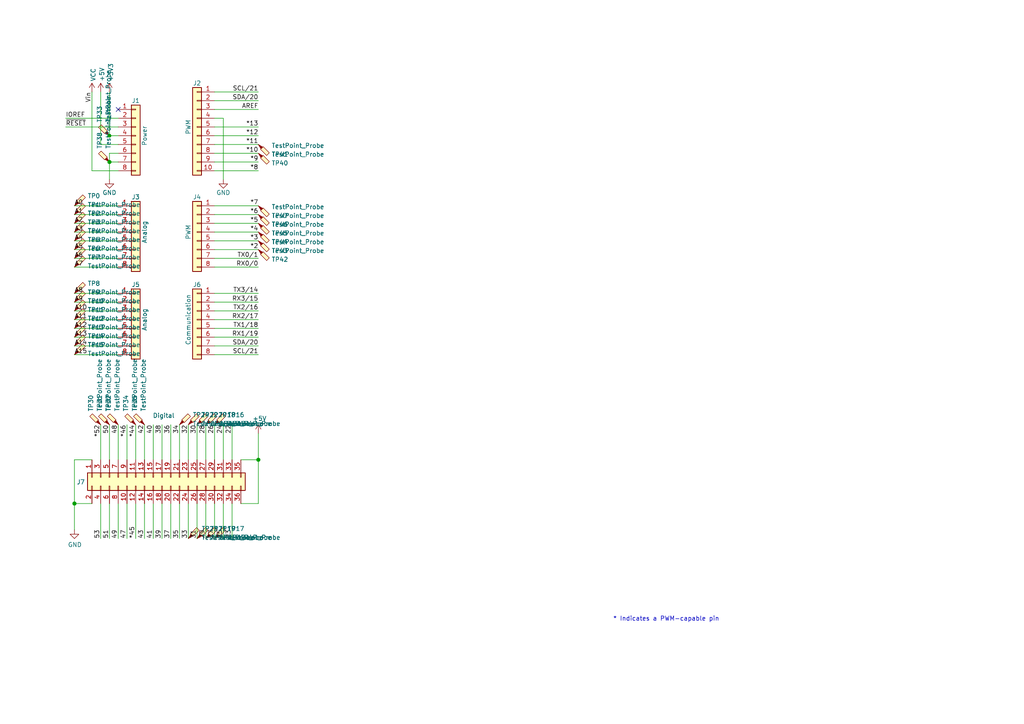
<source format=kicad_sch>
(kicad_sch (version 20231120) (generator "eeschema") (generator_version "8.0")
  (paper "A4")
  (title_block (date "mar. 31 mars 2015"))
  (lib_symbols
    (symbol "Connector:TestPoint_Probe" (pin_numbers hide) (pin_names (offset 0.762) hide)
      (property "Reference" "TP" (at 1.651 5.842 0))
      (property "Value" "TestPoint_Probe" (at 1.651 4.064 0))
      (symbol "TestPoint_Probe_0_1"
        (polyline (pts (xy 1.27 0.762) (xy 0 0) (xy 0.762 1.27) (xy 1.27 0.762)) (fill (type outline)))
        (polyline (pts (xy 1.397 0.635) (xy 0.635 1.397) (xy 2.413 3.175) (xy 3.175 2.413) (xy 1.397 0.635)) (fill (type background)))
      )
      (symbol "TestPoint_Probe_1_1"
        (pin passive line (at 0 0 90) (length 0) (name "1") (number "1"))
      )
    )
    (symbol "Connector_Generic:Conn_01x08" (pin_names (offset 1.016) hide)
      (property "Reference" "J" (at 0 10.16 0))
      (property "Value" "Conn_01x08" (at 0 -12.7 0))
      (symbol "Conn_01x08_1_1"
        (rectangle (start -1.27 -10.033) (end 0 -10.287) (stroke (width 0.1524)))
        (rectangle (start -1.27 -7.493) (end 0 -7.747) (stroke (width 0.1524)))
        (rectangle (start -1.27 -4.953) (end 0 -5.207) (stroke (width 0.1524)))
        (rectangle (start -1.27 -2.413) (end 0 -2.667) (stroke (width 0.1524)))
        (rectangle (start -1.27 0.127) (end 0 -0.127) (stroke (width 0.1524)))
        (rectangle (start -1.27 2.667) (end 0 2.413) (stroke (width 0.1524)))
        (rectangle (start -1.27 5.207) (end 0 4.953) (stroke (width 0.1524)))
        (rectangle (start -1.27 7.747) (end 0 7.493) (stroke (width 0.1524)))
        (rectangle (start -1.27 8.89) (end 1.27 -11.43) (stroke (width 0.254)) (fill (type background)))
        (pin passive line (at -5.08 7.62 0) (length 3.81) (name "Pin_1") (number "1"))
        (pin passive line (at -5.08 5.08 0) (length 3.81) (name "Pin_2") (number "2"))
        (pin passive line (at -5.08 2.54 0) (length 3.81) (name "Pin_3") (number "3"))
        (pin passive line (at -5.08 0 0) (length 3.81) (name "Pin_4") (number "4"))
        (pin passive line (at -5.08 -2.54 0) (length 3.81) (name "Pin_5") (number "5"))
        (pin passive line (at -5.08 -5.08 0) (length 3.81) (name "Pin_6") (number "6"))
        (pin passive line (at -5.08 -7.62 0) (length 3.81) (name "Pin_7") (number "7"))
        (pin passive line (at -5.08 -10.16 0) (length 3.81) (name "Pin_8") (number "8"))
      )
    )
    (symbol "Connector_Generic:Conn_01x10" (pin_names (offset 1.016) hide)
      (property "Reference" "J" (at 0 12.7 0))
      (property "Value" "Conn_01x10" (at 0 -15.24 0))
      (symbol "Conn_01x10_1_1"
        (rectangle (start -1.27 -12.573) (end 0 -12.827) (stroke (width 0.1524)))
        (rectangle (start -1.27 -10.033) (end 0 -10.287) (stroke (width 0.1524)))
        (rectangle (start -1.27 -7.493) (end 0 -7.747) (stroke (width 0.1524)))
        (rectangle (start -1.27 -4.953) (end 0 -5.207) (stroke (width 0.1524)))
        (rectangle (start -1.27 -2.413) (end 0 -2.667) (stroke (width 0.1524)))
        (rectangle (start -1.27 0.127) (end 0 -0.127) (stroke (width 0.1524)))
        (rectangle (start -1.27 2.667) (end 0 2.413) (stroke (width 0.1524)))
        (rectangle (start -1.27 5.207) (end 0 4.953) (stroke (width 0.1524)))
        (rectangle (start -1.27 7.747) (end 0 7.493) (stroke (width 0.1524)))
        (rectangle (start -1.27 10.287) (end 0 10.033) (stroke (width 0.1524)))
        (rectangle (start -1.27 11.43) (end 1.27 -13.97) (stroke (width 0.254)) (fill (type background)))
        (pin passive line (at -5.08 10.16 0) (length 3.81) (name "Pin_1") (number "1"))
        (pin passive line (at -5.08 -12.7 0) (length 3.81) (name "Pin_10") (number "10"))
        (pin passive line (at -5.08 7.62 0) (length 3.81) (name "Pin_2") (number "2"))
        (pin passive line (at -5.08 5.08 0) (length 3.81) (name "Pin_3") (number "3"))
        (pin passive line (at -5.08 2.54 0) (length 3.81) (name "Pin_4") (number "4"))
        (pin passive line (at -5.08 0 0) (length 3.81) (name "Pin_5") (number "5"))
        (pin passive line (at -5.08 -2.54 0) (length 3.81) (name "Pin_6") (number "6"))
        (pin passive line (at -5.08 -5.08 0) (length 3.81) (name "Pin_7") (number "7"))
        (pin passive line (at -5.08 -7.62 0) (length 3.81) (name "Pin_8") (number "8"))
        (pin passive line (at -5.08 -10.16 0) (length 3.81) (name "Pin_9") (number "9"))
      )
    )
    (symbol "Connector_Generic:Conn_02x18_Odd_Even" (pin_names (offset 1.016) hide)
      (property "Reference" "J" (at 1.27 22.86 0))
      (property "Value" "Conn_02x18_Odd_Even" (at 1.27 -25.4 0))
      (symbol "Conn_02x18_Odd_Even_1_1"
        (rectangle (start -1.27 -22.733) (end 0 -22.987) (stroke (width 0.1524)))
        (rectangle (start -1.27 -20.193) (end 0 -20.447) (stroke (width 0.1524)))
        (rectangle (start -1.27 -17.653) (end 0 -17.907) (stroke (width 0.1524)))
        (rectangle (start -1.27 -15.113) (end 0 -15.367) (stroke (width 0.1524)))
        (rectangle (start -1.27 -12.573) (end 0 -12.827) (stroke (width 0.1524)))
        (rectangle (start -1.27 -10.033) (end 0 -10.287) (stroke (width 0.1524)))
        (rectangle (start -1.27 -7.493) (end 0 -7.747) (stroke (width 0.1524)))
        (rectangle (start -1.27 -4.953) (end 0 -5.207) (stroke (width 0.1524)))
        (rectangle (start -1.27 -2.413) (end 0 -2.667) (stroke (width 0.1524)))
        (rectangle (start -1.27 0.127) (end 0 -0.127) (stroke (width 0.1524)))
        (rectangle (start -1.27 2.667) (end 0 2.413) (stroke (width 0.1524)))
        (rectangle (start -1.27 5.207) (end 0 4.953) (stroke (width 0.1524)))
        (rectangle (start -1.27 7.747) (end 0 7.493) (stroke (width 0.1524)))
        (rectangle (start -1.27 10.287) (end 0 10.033) (stroke (width 0.1524)))
        (rectangle (start -1.27 12.827) (end 0 12.573) (stroke (width 0.1524)))
        (rectangle (start -1.27 15.367) (end 0 15.113) (stroke (width 0.1524)))
        (rectangle (start -1.27 17.907) (end 0 17.653) (stroke (width 0.1524)))
        (rectangle (start -1.27 20.447) (end 0 20.193) (stroke (width 0.1524)))
        (rectangle (start -1.27 21.59) (end 3.81 -24.13) (stroke (width 0.254)) (fill (type background)))
        (rectangle (start 3.81 -22.733) (end 2.54 -22.987) (stroke (width 0.1524)))
        (rectangle (start 3.81 -20.193) (end 2.54 -20.447) (stroke (width 0.1524)))
        (rectangle (start 3.81 -17.653) (end 2.54 -17.907) (stroke (width 0.1524)))
        (rectangle (start 3.81 -15.113) (end 2.54 -15.367) (stroke (width 0.1524)))
        (rectangle (start 3.81 -12.573) (end 2.54 -12.827) (stroke (width 0.1524)))
        (rectangle (start 3.81 -10.033) (end 2.54 -10.287) (stroke (width 0.1524)))
        (rectangle (start 3.81 -7.493) (end 2.54 -7.747) (stroke (width 0.1524)))
        (rectangle (start 3.81 -4.953) (end 2.54 -5.207) (stroke (width 0.1524)))
        (rectangle (start 3.81 -2.413) (end 2.54 -2.667) (stroke (width 0.1524)))
        (rectangle (start 3.81 0.127) (end 2.54 -0.127) (stroke (width 0.1524)))
        (rectangle (start 3.81 2.667) (end 2.54 2.413) (stroke (width 0.1524)))
        (rectangle (start 3.81 5.207) (end 2.54 4.953) (stroke (width 0.1524)))
        (rectangle (start 3.81 7.747) (end 2.54 7.493) (stroke (width 0.1524)))
        (rectangle (start 3.81 10.287) (end 2.54 10.033) (stroke (width 0.1524)))
        (rectangle (start 3.81 12.827) (end 2.54 12.573) (stroke (width 0.1524)))
        (rectangle (start 3.81 15.367) (end 2.54 15.113) (stroke (width 0.1524)))
        (rectangle (start 3.81 17.907) (end 2.54 17.653) (stroke (width 0.1524)))
        (rectangle (start 3.81 20.447) (end 2.54 20.193) (stroke (width 0.1524)))
        (pin passive line (at -5.08 20.32 0) (length 3.81) (name "Pin_1") (number "1"))
        (pin passive line (at 7.62 10.16 180) (length 3.81) (name "Pin_10") (number "10"))
        (pin passive line (at -5.08 7.62 0) (length 3.81) (name "Pin_11") (number "11"))
        (pin passive line (at 7.62 7.62 180) (length 3.81) (name "Pin_12") (number "12"))
        (pin passive line (at -5.08 5.08 0) (length 3.81) (name "Pin_13") (number "13"))
        (pin passive line (at 7.62 5.08 180) (length 3.81) (name "Pin_14") (number "14"))
        (pin passive line (at -5.08 2.54 0) (length 3.81) (name "Pin_15") (number "15"))
        (pin passive line (at 7.62 2.54 180) (length 3.81) (name "Pin_16") (number "16"))
        (pin passive line (at -5.08 0 0) (length 3.81) (name "Pin_17") (number "17"))
        (pin passive line (at 7.62 0 180) (length 3.81) (name "Pin_18") (number "18"))
        (pin passive line (at -5.08 -2.54 0) (length 3.81) (name "Pin_19") (number "19"))
        (pin passive line (at 7.62 20.32 180) (length 3.81) (name "Pin_2") (number "2"))
        (pin passive line (at 7.62 -2.54 180) (length 3.81) (name "Pin_20") (number "20"))
        (pin passive line (at -5.08 -5.08 0) (length 3.81) (name "Pin_21") (number "21"))
        (pin passive line (at 7.62 -5.08 180) (length 3.81) (name "Pin_22") (number "22"))
        (pin passive line (at -5.08 -7.62 0) (length 3.81) (name "Pin_23") (number "23"))
        (pin passive line (at 7.62 -7.62 180) (length 3.81) (name "Pin_24") (number "24"))
        (pin passive line (at -5.08 -10.16 0) (length 3.81) (name "Pin_25") (number "25"))
        (pin passive line (at 7.62 -10.16 180) (length 3.81) (name "Pin_26") (number "26"))
        (pin passive line (at -5.08 -12.7 0) (length 3.81) (name "Pin_27") (number "27"))
        (pin passive line (at 7.62 -12.7 180) (length 3.81) (name "Pin_28") (number "28"))
        (pin passive line (at -5.08 -15.24 0) (length 3.81) (name "Pin_29") (number "29"))
        (pin passive line (at -5.08 17.78 0) (length 3.81) (name "Pin_3") (number "3"))
        (pin passive line (at 7.62 -15.24 180) (length 3.81) (name "Pin_30") (number "30"))
        (pin passive line (at -5.08 -17.78 0) (length 3.81) (name "Pin_31") (number "31"))
        (pin passive line (at 7.62 -17.78 180) (length 3.81) (name "Pin_32") (number "32"))
        (pin passive line (at -5.08 -20.32 0) (length 3.81) (name "Pin_33") (number "33"))
        (pin passive line (at 7.62 -20.32 180) (length 3.81) (name "Pin_34") (number "34"))
        (pin passive line (at -5.08 -22.86 0) (length 3.81) (name "Pin_35") (number "35"))
        (pin passive line (at 7.62 -22.86 180) (length 3.81) (name "Pin_36") (number "36"))
        (pin passive line (at 7.62 17.78 180) (length 3.81) (name "Pin_4") (number "4"))
        (pin passive line (at -5.08 15.24 0) (length 3.81) (name "Pin_5") (number "5"))
        (pin passive line (at 7.62 15.24 180) (length 3.81) (name "Pin_6") (number "6"))
        (pin passive line (at -5.08 12.7 0) (length 3.81) (name "Pin_7") (number "7"))
        (pin passive line (at 7.62 12.7 180) (length 3.81) (name "Pin_8") (number "8"))
        (pin passive line (at -5.08 10.16 0) (length 3.81) (name "Pin_9") (number "9"))
      )
    )
    (symbol "power:+3V3" (power) (pin_names (offset 0))
      (property "Value" "+3V3" (at 0 3.556 0))
      (symbol "+3V3_0_1"
        (polyline (pts (xy -0.762 1.27) (xy 0 2.54)))
        (polyline (pts (xy 0 0) (xy 0 2.54)))
        (polyline (pts (xy 0 2.54) (xy 0.762 1.27)))
      )
      (symbol "+3V3_1_1"
        (pin power_in line (at 0 0 90) (length 0) hide (name "+3V3") (number "1"))
      )
    )
    (symbol "power:+5V" (power) (pin_names (offset 0))
      (property "Value" "+5V" (at 0 3.556 0))
      (symbol "+5V_0_1"
        (polyline (pts (xy -0.762 1.27) (xy 0 2.54)))
        (polyline (pts (xy 0 0) (xy 0 2.54)))
        (polyline (pts (xy 0 2.54) (xy 0.762 1.27)))
      )
      (symbol "+5V_1_1"
        (pin power_in line (at 0 0 90) (length 0) hide (name "+5V") (number "1"))
      )
    )
    (symbol "power:GND" (power) (pin_names (offset 0))
      (property "Value" "GND" (at 0 -3.81 0))
      (symbol "GND_0_1"
        (polyline (pts (xy 0 0) (xy 0 -1.27) (xy 1.27 -1.27) (xy 0 -2.54) (xy -1.27 -1.27) (xy 0 -1.27)))
      )
      (symbol "GND_1_1"
        (pin power_in line (at 0 0 270) (length 0) hide (name "GND") (number "1"))
      )
    )
    (symbol "power:VCC" (power) (pin_names (offset 0))
      (property "Value" "VCC" (at 0 3.81 0))
      (symbol "VCC_0_1"
        (polyline (pts (xy -0.762 1.27) (xy 0 2.54)))
        (polyline (pts (xy 0 0) (xy 0 2.54)))
        (polyline (pts (xy 0 2.54) (xy 0.762 1.27)))
      )
      (symbol "VCC_1_1"
        (pin power_in line (at 0 0 90) (length 0) hide (name "VCC") (number "1"))
      )
    )
  )
  (junction (at 21.59 146.05) (diameter 1.016))
  (junction (at 31.75 46.99) (diameter 1.016))
  (junction (at 31.75 39.37))
  (junction (at 74.93 133.35) (diameter 1.016))
  (no_connect (at 34.29 31.75))
  (wire (pts (xy 62.23 77.47) (xy 74.93 77.47)))
  (wire (pts (xy 21.59 77.47) (xy 34.29 77.47)))
  (wire (pts (xy 62.23 44.45) (xy 74.93 44.45)))
  (wire (pts (xy 44.45 123.19) (xy 44.45 133.35)))
  (wire (pts (xy 62.23 26.67) (xy 74.93 26.67)))
  (wire (pts (xy 46.99 123.19) (xy 46.99 133.35)))
  (wire (pts (xy 74.93 133.35) (xy 74.93 146.05)))
  (wire (pts (xy 26.67 133.35) (xy 21.59 133.35)))
  (wire (pts (xy 62.23 90.17) (xy 74.93 90.17)))
  (wire (pts (xy 31.75 44.45) (xy 31.75 46.99)))
  (wire (pts (xy 49.53 146.05) (xy 49.53 156.21)))
  (wire (pts (xy 21.59 72.39) (xy 34.29 72.39)))
  (wire (pts (xy 54.61 123.19) (xy 54.61 133.35)))
  (wire (pts (xy 31.75 123.19) (xy 31.75 133.35)))
  (wire (pts (xy 67.31 123.19) (xy 67.31 133.35)))
  (wire (pts (xy 31.75 46.99) (xy 31.75 52.07)))
  (wire (pts (xy 62.23 146.05) (xy 62.23 156.21)))
  (wire (pts (xy 31.75 39.37) (xy 34.29 39.37)))
  (wire (pts (xy 41.91 123.19) (xy 41.91 133.35)))
  (wire (pts (xy 29.21 41.91) (xy 34.29 41.91)))
  (wire (pts (xy 52.07 146.05) (xy 52.07 156.21)))
  (wire (pts (xy 29.21 26.67) (xy 29.21 41.91)))
  (wire (pts (xy 21.59 102.87) (xy 34.29 102.87)))
  (wire (pts (xy 36.83 146.05) (xy 36.83 156.21)))
  (wire (pts (xy 59.69 146.05) (xy 59.69 156.21)))
  (wire (pts (xy 62.23 36.83) (xy 74.93 36.83)))
  (wire (pts (xy 31.75 26.67) (xy 31.75 39.37)))
  (wire (pts (xy 62.23 59.69) (xy 74.93 59.69)))
  (wire (pts (xy 34.29 59.69) (xy 21.59 59.69)))
  (wire (pts (xy 62.23 39.37) (xy 74.93 39.37)))
  (wire (pts (xy 34.29 100.33) (xy 21.59 100.33)))
  (wire (pts (xy 62.23 62.23) (xy 74.93 62.23)))
  (wire (pts (xy 62.23 97.79) (xy 74.93 97.79)))
  (wire (pts (xy 52.07 123.19) (xy 52.07 133.35)))
  (wire (pts (xy 21.59 133.35) (xy 21.59 146.05)))
  (wire (pts (xy 36.83 123.19) (xy 36.83 133.35)))
  (wire (pts (xy 26.67 146.05) (xy 21.59 146.05)))
  (wire (pts (xy 62.23 46.99) (xy 74.93 46.99)))
  (wire (pts (xy 59.69 123.19) (xy 59.69 133.35)))
  (wire (pts (xy 57.15 123.19) (xy 57.15 133.35)))
  (wire (pts (xy 39.37 146.05) (xy 39.37 156.21)))
  (wire (pts (xy 57.15 146.05) (xy 57.15 156.21)))
  (wire (pts (xy 34.29 146.05) (xy 34.29 156.21)))
  (wire (pts (xy 64.77 123.19) (xy 64.77 133.35)))
  (wire (pts (xy 62.23 67.31) (xy 74.93 67.31)))
  (wire (pts (xy 44.45 146.05) (xy 44.45 156.21)))
  (wire (pts (xy 39.37 123.19) (xy 39.37 133.35)))
  (wire (pts (xy 19.05 34.29) (xy 34.29 34.29)))
  (wire (pts (xy 62.23 87.63) (xy 74.93 87.63)))
  (wire (pts (xy 74.93 125.73) (xy 74.93 133.35)))
  (wire (pts (xy 64.77 34.29) (xy 64.77 52.07)))
  (wire (pts (xy 62.23 102.87) (xy 74.93 102.87)))
  (wire (pts (xy 62.23 31.75) (xy 74.93 31.75)))
  (wire (pts (xy 69.85 133.35) (xy 74.93 133.35)))
  (wire (pts (xy 62.23 95.25) (xy 74.93 95.25)))
  (wire (pts (xy 21.59 92.71) (xy 34.29 92.71)))
  (wire (pts (xy 34.29 64.77) (xy 21.59 64.77)))
  (wire (pts (xy 19.05 36.83) (xy 34.29 36.83)))
  (wire (pts (xy 62.23 85.09) (xy 74.93 85.09)))
  (wire (pts (xy 34.29 46.99) (xy 31.75 46.99)))
  (wire (pts (xy 34.29 49.53) (xy 26.67 49.53)))
  (wire (pts (xy 29.21 123.19) (xy 29.21 133.35)))
  (wire (pts (xy 21.59 62.23) (xy 34.29 62.23)))
  (wire (pts (xy 31.75 146.05) (xy 31.75 156.21)))
  (wire (pts (xy 54.61 146.05) (xy 54.61 156.21)))
  (wire (pts (xy 34.29 90.17) (xy 21.59 90.17)))
  (wire (pts (xy 29.21 146.05) (xy 29.21 156.21)))
  (wire (pts (xy 62.23 92.71) (xy 74.93 92.71)))
  (wire (pts (xy 62.23 34.29) (xy 64.77 34.29)))
  (wire (pts (xy 46.99 146.05) (xy 46.99 156.21)))
  (wire (pts (xy 34.29 44.45) (xy 31.75 44.45)))
  (wire (pts (xy 21.59 97.79) (xy 34.29 97.79)))
  (wire (pts (xy 62.23 123.19) (xy 62.23 133.35)))
  (wire (pts (xy 62.23 41.91) (xy 74.93 41.91)))
  (wire (pts (xy 49.53 123.19) (xy 49.53 133.35)))
  (wire (pts (xy 21.59 87.63) (xy 34.29 87.63)))
  (wire (pts (xy 62.23 64.77) (xy 74.93 64.77)))
  (wire (pts (xy 21.59 67.31) (xy 34.29 67.31)))
  (wire (pts (xy 34.29 123.19) (xy 34.29 133.35)))
  (wire (pts (xy 62.23 100.33) (xy 74.93 100.33)))
  (wire (pts (xy 74.93 146.05) (xy 69.85 146.05)))
  (wire (pts (xy 34.29 85.09) (xy 21.59 85.09)))
  (wire (pts (xy 67.31 146.05) (xy 67.31 156.21)))
  (wire (pts (xy 62.23 29.21) (xy 74.93 29.21)))
  (wire (pts (xy 64.77 146.05) (xy 64.77 156.21)))
  (wire (pts (xy 62.23 72.39) (xy 74.93 72.39)))
  (wire (pts (xy 62.23 69.85) (xy 74.93 69.85)))
  (wire (pts (xy 41.91 146.05) (xy 41.91 156.21)))
  (wire (pts (xy 62.23 74.93) (xy 74.93 74.93)))
  (wire (pts (xy 34.29 95.25) (xy 21.59 95.25)))
  (wire (pts (xy 26.67 49.53) (xy 26.67 26.67)))
  (wire (pts (xy 21.59 146.05) (xy 21.59 153.67)))
  (wire (pts (xy 34.29 74.93) (xy 21.59 74.93)))
  (wire (pts (xy 34.29 69.85) (xy 21.59 69.85)))
  (wire (pts (xy 62.23 49.53) (xy 74.93 49.53)))
  (text "* Indicates a PWM-capable pin" (at 177.8 180.34 0) (effects (font (size 1.27 1.27)) (justify left bottom)))
  (label "A10" (at 21.59 90.17 0))
  (label "RX0{slash}0" (at 74.93 77.47 180))
  (label "A15" (at 21.59 102.87 0))
  (label "A2" (at 21.59 64.77 0))
  (label "RX2{slash}17" (at 74.93 92.71 180))
  (label "*4" (at 74.93 67.31 180))
  (label "SDA{slash}20" (at 74.93 100.33 180))
  (label "26" (at 62.23 123.19 270))
  (label "31" (at 57.15 156.21 90))
  (label "22" (at 67.31 123.19 270))
  (label "33" (at 54.61 156.21 90))
  (label "36" (at 49.53 123.19 270))
  (label "*2" (at 74.93 72.39 180))
  (label "TX1{slash}18" (at 74.93 95.25 180))
  (label "*44" (at 39.37 123.19 270))
  (label "A3" (at 21.59 67.31 0))
  (label "*13" (at 74.93 36.83 180))
  (label "*52" (at 29.21 123.19 270))
  (label "*12" (at 74.93 39.37 180))
  (label "40" (at 44.45 123.19 270))
  (label "~{RESET}" (at 19.05 36.83 0))
  (label "35" (at 52.07 156.21 90))
  (label "*10" (at 74.93 44.45 180))
  (label "28" (at 59.69 123.19 270))
  (label "23" (at 67.31 156.21 90))
  (label "29" (at 59.69 156.21 90))
  (label "A13" (at 21.59 97.79 0))
  (label "41" (at 44.45 156.21 90))
  (label "30" (at 57.15 123.19 270))
  (label "47" (at 36.83 156.21 90))
  (label "34" (at 52.07 123.19 270))
  (label "*45" (at 39.37 156.21 90))
  (label "38" (at 46.99 123.19 270))
  (label "51" (at 31.75 156.21 90))
  (label "*7" (at 74.93 59.69 180))
  (label "SDA{slash}20" (at 74.93 29.21 180))
  (label "*8" (at 74.93 49.53 180))
  (label "A9" (at 21.59 87.63 0))
  (label "*11" (at 74.93 41.91 180))
  (label "*3" (at 74.93 69.85 180))
  (label "A6" (at 21.59 74.93 0))
  (label "42" (at 41.91 123.19 270))
  (label "A1" (at 21.59 62.23 0))
  (label "53" (at 29.21 156.21 90))
  (label "TX0{slash}1" (at 74.93 74.93 180))
  (label "24" (at 64.77 123.19 270))
  (label "RX1{slash}19" (at 74.93 97.79 180))
  (label "A0" (at 21.59 59.69 0))
  (label "AREF" (at 74.93 31.75 180))
  (label "A14" (at 21.59 100.33 0))
  (label "39" (at 46.99 156.21 90))
  (label "A8" (at 21.59 85.09 0))
  (label "Vin" (at 26.67 26.67 270))
  (label "27" (at 62.23 156.21 90))
  (label "37" (at 49.53 156.21 90))
  (label "25" (at 64.77 156.21 90))
  (label "*6" (at 74.93 62.23 180))
  (label "*46" (at 36.83 123.19 270))
  (label "SCL{slash}21" (at 74.93 26.67 180))
  (label "*9" (at 74.93 46.99 180))
  (label "50" (at 31.75 123.19 270))
  (label "TX2{slash}16" (at 74.93 90.17 180))
  (label "*5" (at 74.93 64.77 180))
  (label "IOREF" (at 19.05 34.29 0))
  (label "A7" (at 21.59 77.47 0))
  (label "A11" (at 21.59 92.71 0))
  (label "A4" (at 21.59 69.85 0))
  (label "49" (at 34.29 156.21 90))
  (label "A5" (at 21.59 72.39 0))
  (label "RX3{slash}15" (at 74.93 87.63 180))
  (label "TX3{slash}14" (at 74.93 85.09 180))
  (label "32" (at 54.61 123.19 270))
  (label "43" (at 41.91 156.21 90))
  (label "A12" (at 21.59 95.25 0))
  (label "SCL{slash}21" (at 74.93 102.87 180))
  (label "48" (at 34.29 123.19 270))
  (symbol (lib_id "Connector_Generic:Conn_01x08") (at 39.37 39.37 0) (unit 1)
    (property "Reference" "J1" (at 39.37 29.21 0))
    (property "Value" "Power" (at 41.91 39.37 90))
    (property "Footprint" "Connector_PinSocket_2.54mm:PinSocket_1x08_P2.54mm_Vertical" (effects (hide yes)))
  )
  (symbol (lib_id "power:+3V3") (at 31.75 26.67 0) (unit 1)
    (property "Reference" "#PWR03" (effects (hide yes)))
    (property "Value" "+3V3" (at 32.131 23.622 90) (effects (justify left)))
  )
  (symbol (lib_id "power:+5V") (at 29.21 26.67 0) (unit 1)
    (property "Reference" "#PWR02" (effects (hide yes)))
    (property "Value" "+5V" (at 29.5656 23.622 90) (effects (justify left)))
  )
  (symbol (lib_id "power:GND") (at 31.75 52.07 0) (unit 1)
    (property "Reference" "#PWR04" (effects (hide yes)))
    (property "Value" "GND" (at 31.75 55.88 0))
  )
  (symbol (lib_id "Connector_Generic:Conn_01x10") (at 57.15 36.83 0) (mirror y) (unit 1)
    (property "Reference" "J2" (at 57.15 24.13 0))
    (property "Value" "PWM" (at 54.61 36.83 90))
    (property "Footprint" "Connector_PinSocket_2.54mm:PinSocket_1x10_P2.54mm_Vertical" (effects (hide yes)))
  )
  (symbol (lib_id "power:GND") (at 64.77 52.07 0) (unit 1)
    (property "Reference" "#PWR05" (effects (hide yes)))
    (property "Value" "GND" (at 64.77 55.88 0))
  )
  (symbol (lib_id "Connector_Generic:Conn_01x08") (at 39.37 67.31 0) (unit 1)
    (property "Reference" "J3" (at 39.37 57.15 0))
    (property "Value" "Analog" (at 41.91 67.31 90))
    (property "Footprint" "Connector_PinSocket_2.54mm:PinSocket_1x08_P2.54mm_Vertical" (effects (hide yes)))
  )
  (symbol (lib_id "Connector_Generic:Conn_01x08") (at 57.15 67.31 0) (mirror y) (unit 1)
    (property "Reference" "J4" (at 57.15 57.15 0))
    (property "Value" "PWM" (at 54.61 67.31 90))
    (property "Footprint" "Connector_PinSocket_2.54mm:PinSocket_1x08_P2.54mm_Vertical" (effects (hide yes)))
  )
  (symbol (lib_id "Connector_Generic:Conn_01x08") (at 39.37 92.71 0) (unit 1)
    (property "Reference" "J5" (at 39.37 82.55 0))
    (property "Value" "Analog" (at 41.91 92.71 90))
    (property "Footprint" "Connector_PinSocket_2.54mm:PinSocket_1x08_P2.54mm_Vertical" (effects (hide yes)))
  )
  (symbol (lib_id "Connector_Generic:Conn_01x08") (at 57.15 92.71 0) (mirror y) (unit 1)
    (property "Reference" "J6" (at 57.15 82.55 0))
    (property "Value" "Communication" (at 54.61 92.71 90))
    (property "Footprint" "Connector_PinSocket_2.54mm:PinSocket_1x08_P2.54mm_Vertical" (effects (hide yes)))
  )
  (symbol (lib_id "Connector_Generic:Conn_02x18_Odd_Even") (at 46.99 138.43 90) (mirror x) (unit 1)
    (property "Reference" "J7" (at 24.6379 139.8206 90) (effects (justify left)))
    (property "Value" "Digital" (at 47.498 120.523 90))
    (property "Footprint" "Connector_PinSocket_2.54mm:PinSocket_2x18_P2.54mm_Vertical" (effects (hide yes)))
  )
  (symbol (lib_id "power:GND") (at 21.59 153.67 0) (unit 1)
    (property "Reference" "#PWR07" (effects (hide yes)))
    (property "Value" "GND" (at 21.7043 157.9944 0))
  )
  (symbol (lib_id "power:+5V") (at 74.93 125.73 0) (unit 1)
    (property "Reference" "#PWR06" (effects (hide yes)))
    (property "Value" "+5V" (at 75.2983 121.4056 0))
  )
  (symbol (lib_id "Connector:TestPoint_Probe") (at 59.69 156.21 0) (unit 1)
    (property "Reference" "TP19" (at 63.5 153.3524 0) (effects (justify left)))
    (property "Value" "TestPoint_Probe" (at 63.5 155.8924 0) (effects (justify left)))
    (property "Footprint" "Connector_PinHeader_1.00mm:PinHeader_1x01_P1.00mm_Vertical" (effects (hide yes)))
    (property "Description" "test point (alternative probe-style design)" (effects (hide yes)))
  )
  (symbol (lib_id "Connector:TestPoint_Probe") (at 74.93 41.91 0) (mirror x) (unit 1)
    (property "Reference" "TP41" (at 78.74 44.7676 0) (effects (justify left)))
    (property "Value" "TestPoint_Probe" (at 78.74 42.2276 0) (effects (justify left)))
    (property "Footprint" "Connector_PinHeader_1.00mm:PinHeader_1x01_P1.00mm_Vertical" (effects (hide yes)))
    (property "Description" "test point (alternative probe-style design)" (effects (hide yes)))
  )
  (symbol (lib_id "Connector:TestPoint_Probe") (at 21.59 62.23 0) (unit 1)
    (property "Reference" "TP1" (at 25.4 59.3724 0) (effects (justify left)))
    (property "Value" "TestPoint_Probe" (at 25.4 61.9124 0) (effects (justify left)))
    (property "Footprint" "Connector_PinHeader_1.00mm:PinHeader_1x01_P1.00mm_Vertical" (effects (hide yes)))
    (property "Description" "test point (alternative probe-style design)" (effects (hide yes)))
  )
  (symbol (lib_id "Connector:TestPoint_Probe") (at 31.75 123.19 90) (unit 1)
    (property "Reference" "TP31" (at 28.8924 119.38 0) (effects (justify left)))
    (property "Value" "TestPoint_Probe" (at 31.4324 119.38 0) (effects (justify left)))
    (property "Footprint" "Connector_PinHeader_1.00mm:PinHeader_1x01_P1.00mm_Vertical" (effects (hide yes)))
    (property "Description" "test point (alternative probe-style design)" (effects (hide yes)))
  )
  (symbol (lib_id "Connector:TestPoint_Probe") (at 54.61 156.21 0) (unit 1)
    (property "Reference" "TP23" (at 58.42 153.3524 0) (effects (justify left)))
    (property "Value" "TestPoint_Probe" (at 58.42 155.8924 0) (effects (justify left)))
    (property "Footprint" "Connector_PinHeader_1.00mm:PinHeader_1x01_P1.00mm_Vertical" (effects (hide yes)))
    (property "Description" "test point (alternative probe-style design)" (effects (hide yes)))
  )
  (symbol (lib_id "Connector:TestPoint_Probe") (at 31.75 39.37 90) (unit 1)
    (property "Reference" "TP33" (at 28.8924 35.56 0) (effects (justify left)))
    (property "Value" "TestPoint_Probe" (at 31.4324 35.56 0) (effects (justify left)))
    (property "Footprint" "Connector_PinHeader_1.00mm:PinHeader_1x01_P1.00mm_Vertical" (effects (hide yes)))
    (property "Description" "test point (alternative probe-style design)" (effects (hide yes)))
  )
  (symbol (lib_id "Connector:TestPoint_Probe") (at 21.59 100.33 0) (unit 1)
    (property "Reference" "TP14" (at 25.4 97.4724 0) (effects (justify left)))
    (property "Value" "TestPoint_Probe" (at 25.4 100.0124 0) (effects (justify left)))
    (property "Footprint" "Connector_PinHeader_1.00mm:PinHeader_1x01_P1.00mm_Vertical" (effects (hide yes)))
    (property "Description" "test point (alternative probe-style design)" (effects (hide yes)))
  )
  (symbol (lib_id "Connector:TestPoint_Probe") (at 74.93 67.31 0) (mirror x) (unit 1)
    (property "Reference" "TP44" (at 78.74 70.1676 0) (effects (justify left)))
    (property "Value" "TestPoint_Probe" (at 78.74 67.6276 0) (effects (justify left)))
    (property "Footprint" "Connector_PinHeader_1.00mm:PinHeader_1x01_P1.00mm_Vertical" (effects (hide yes)))
    (property "Description" "test point (alternative probe-style design)" (effects (hide yes)))
  )
  (symbol (lib_id "Connector:TestPoint_Probe") (at 57.15 123.19 0) (unit 1)
    (property "Reference" "TP20" (at 60.96 120.3324 0) (effects (justify left)))
    (property "Value" "TestPoint_Probe" (at 60.96 122.8724 0) (effects (justify left)))
    (property "Footprint" "Connector_PinHeader_1.00mm:PinHeader_1x01_P1.00mm_Vertical" (effects (hide yes)))
    (property "Description" "test point (alternative probe-style design)" (effects (hide yes)))
  )
  (symbol (lib_id "Connector:TestPoint_Probe") (at 54.61 123.19 0) (unit 1)
    (property "Reference" "TP22" (at 58.42 120.3324 0) (effects (justify left)))
    (property "Value" "TestPoint_Probe" (at 58.42 122.8724 0) (effects (justify left)))
    (property "Footprint" "Connector_PinHeader_1.00mm:PinHeader_1x01_P1.00mm_Vertical" (effects (hide yes)))
    (property "Description" "test point (alternative probe-style design)" (effects (hide yes)))
  )
  (symbol (lib_id "Connector:TestPoint_Probe") (at 62.23 123.19 0) (unit 1)
    (property "Reference" "TP16" (at 66.04 120.3324 0) (effects (justify left)))
    (property "Value" "TestPoint_Probe" (at 66.04 122.8724 0) (effects (justify left)))
    (property "Footprint" "Connector_PinHeader_1.00mm:PinHeader_1x01_P1.00mm_Vertical" (effects (hide yes)))
    (property "Description" "test point (alternative probe-style design)" (effects (hide yes)))
  )
  (symbol (lib_id "power:VCC") (at 26.67 26.67 0) (unit 1)
    (property "Reference" "#PWR01" (effects (hide yes)))
    (property "Value" "VCC" (at 27.051 23.622 90) (effects (justify left)))
  )
  (symbol (lib_id "Connector:TestPoint_Probe") (at 74.93 59.69 0) (mirror x) (unit 1)
    (property "Reference" "TP47" (at 78.74 62.5476 0) (effects (justify left)))
    (property "Value" "TestPoint_Probe" (at 78.74 60.0076 0) (effects (justify left)))
    (property "Footprint" "Connector_PinHeader_1.00mm:PinHeader_1x01_P1.00mm_Vertical" (effects (hide yes)))
    (property "Description" "test point (alternative probe-style design)" (effects (hide yes)))
  )
  (symbol (lib_id "Connector:TestPoint_Probe") (at 74.93 44.45 0) (mirror x) (unit 1)
    (property "Reference" "TP40" (at 78.74 47.3076 0) (effects (justify left)))
    (property "Value" "TestPoint_Probe" (at 78.74 44.7676 0) (effects (justify left)))
    (property "Footprint" "Connector_PinHeader_1.00mm:PinHeader_1x01_P1.00mm_Vertical" (effects (hide yes)))
    (property "Description" "test point (alternative probe-style design)" (effects (hide yes)))
  )
  (symbol (lib_id "Connector:TestPoint_Probe") (at 21.59 97.79 0) (unit 1)
    (property "Reference" "TP13" (at 25.4 94.9324 0) (effects (justify left)))
    (property "Value" "TestPoint_Probe" (at 25.4 97.4724 0) (effects (justify left)))
    (property "Footprint" "Connector_PinHeader_1.00mm:PinHeader_1x01_P1.00mm_Vertical" (effects (hide yes)))
    (property "Description" "test point (alternative probe-style design)" (effects (hide yes)))
  )
  (symbol (lib_id "Connector:TestPoint_Probe") (at 74.93 69.85 0) (mirror x) (unit 1)
    (property "Reference" "TP43" (at 78.74 72.7076 0) (effects (justify left)))
    (property "Value" "TestPoint_Probe" (at 78.74 70.1676 0) (effects (justify left)))
    (property "Footprint" "Connector_PinHeader_1.00mm:PinHeader_1x01_P1.00mm_Vertical" (effects (hide yes)))
    (property "Description" "test point (alternative probe-style design)" (effects (hide yes)))
  )
  (symbol (lib_id "Connector:TestPoint_Probe") (at 62.23 156.21 0) (unit 1)
    (property "Reference" "TP17" (at 66.04 153.3524 0) (effects (justify left)))
    (property "Value" "TestPoint_Probe" (at 66.04 155.8924 0) (effects (justify left)))
    (property "Footprint" "Connector_PinHeader_1.00mm:PinHeader_1x01_P1.00mm_Vertical" (effects (hide yes)))
    (property "Description" "test point (alternative probe-style design)" (effects (hide yes)))
  )
  (symbol (lib_id "Connector:TestPoint_Probe") (at 21.59 85.09 0) (unit 1)
    (property "Reference" "TP8" (at 25.4 82.2324 0) (effects (justify left)))
    (property "Value" "TestPoint_Probe" (at 25.4 84.7724 0) (effects (justify left)))
    (property "Footprint" "Connector_PinHeader_1.00mm:PinHeader_1x01_P1.00mm_Vertical" (effects (hide yes)))
    (property "Description" "test point (alternative probe-style design)" (effects (hide yes)))
  )
  (symbol (lib_id "Connector:TestPoint_Probe") (at 21.59 87.63 0) (unit 1)
    (property "Reference" "TP9" (at 25.4 84.7724 0) (effects (justify left)))
    (property "Value" "TestPoint_Probe" (at 25.4 87.3124 0) (effects (justify left)))
    (property "Footprint" "Connector_PinHeader_1.00mm:PinHeader_1x01_P1.00mm_Vertical" (effects (hide yes)))
    (property "Description" "test point (alternative probe-style design)" (effects (hide yes)))
  )
  (symbol (lib_id "Connector:TestPoint_Probe") (at 21.59 59.69 0) (unit 1)
    (property "Reference" "TP0" (at 25.4 56.8324 0) (effects (justify left)))
    (property "Value" "TestPoint_Probe" (at 25.4 59.3724 0) (effects (justify left)))
    (property "Footprint" "Connector_PinHeader_1.00mm:PinHeader_1x01_P1.00mm_Vertical" (effects (hide yes)))
    (property "Description" "test point (alternative probe-style design)" (effects (hide yes)))
  )
  (symbol (lib_id "Connector:TestPoint_Probe") (at 21.59 67.31 0) (unit 1)
    (property "Reference" "TP3" (at 25.4 64.4524 0) (effects (justify left)))
    (property "Value" "TestPoint_Probe" (at 25.4 66.9924 0) (effects (justify left)))
    (property "Footprint" "Connector_PinHeader_1.00mm:PinHeader_1x01_P1.00mm_Vertical" (effects (hide yes)))
    (property "Description" "test point (alternative probe-style design)" (effects (hide yes)))
  )
  (symbol (lib_id "Connector:TestPoint_Probe") (at 21.59 64.77 0) (unit 1)
    (property "Reference" "TP2" (at 25.4 61.9124 0) (effects (justify left)))
    (property "Value" "TestPoint_Probe" (at 25.4 64.4524 0) (effects (justify left)))
    (property "Footprint" "Connector_PinHeader_1.00mm:PinHeader_1x01_P1.00mm_Vertical" (effects (hide yes)))
    (property "Description" "test point (alternative probe-style design)" (effects (hide yes)))
  )
  (symbol (lib_id "Connector:TestPoint_Probe") (at 74.93 72.39 0) (mirror x) (unit 1)
    (property "Reference" "TP42" (at 78.74 75.2476 0) (effects (justify left)))
    (property "Value" "TestPoint_Probe" (at 78.74 72.7076 0) (effects (justify left)))
    (property "Footprint" "Connector_PinHeader_1.00mm:PinHeader_1x01_P1.00mm_Vertical" (effects (hide yes)))
    (property "Description" "test point (alternative probe-style design)" (effects (hide yes)))
  )
  (symbol (lib_id "Connector:TestPoint_Probe") (at 21.59 90.17 0) (unit 1)
    (property "Reference" "TP10" (at 25.4 87.3124 0) (effects (justify left)))
    (property "Value" "TestPoint_Probe" (at 25.4 89.8524 0) (effects (justify left)))
    (property "Footprint" "Connector_PinHeader_1.00mm:PinHeader_1x01_P1.00mm_Vertical" (effects (hide yes)))
    (property "Description" "test point (alternative probe-style design)" (effects (hide yes)))
  )
  (symbol (lib_id "Connector:TestPoint_Probe") (at 59.69 123.19 0) (unit 1)
    (property "Reference" "TP18" (at 63.5 120.3324 0) (effects (justify left)))
    (property "Value" "TestPoint_Probe" (at 63.5 122.8724 0) (effects (justify left)))
    (property "Footprint" "Connector_PinHeader_1.00mm:PinHeader_1x01_P1.00mm_Vertical" (effects (hide yes)))
    (property "Description" "test point (alternative probe-style design)" (effects (hide yes)))
  )
  (symbol (lib_id "Connector:TestPoint_Probe") (at 29.21 123.19 90) (unit 1)
    (property "Reference" "TP30" (at 26.3524 119.38 0) (effects (justify left)))
    (property "Value" "TestPoint_Probe" (at 28.8924 119.38 0) (effects (justify left)))
    (property "Footprint" "Connector_PinHeader_1.00mm:PinHeader_1x01_P1.00mm_Vertical" (effects (hide yes)))
    (property "Description" "test point (alternative probe-style design)" (effects (hide yes)))
  )
  (symbol (lib_id "Connector:TestPoint_Probe") (at 34.29 123.19 90) (unit 1)
    (property "Reference" "TP32" (at 31.4324 119.38 0) (effects (justify left)))
    (property "Value" "TestPoint_Probe" (at 33.9724 119.38 0) (effects (justify left)))
    (property "Footprint" "Connector_PinHeader_1.00mm:PinHeader_1x01_P1.00mm_Vertical" (effects (hide yes)))
    (property "Description" "test point (alternative probe-style design)" (effects (hide yes)))
  )
  (symbol (lib_id "Connector:TestPoint_Probe") (at 31.75 46.99 90) (unit 1)
    (property "Reference" "TP38" (at 28.8924 43.18 0) (effects (justify left)))
    (property "Value" "TestPoint_Probe" (at 31.4324 43.18 0) (effects (justify left)))
    (property "Footprint" "Connector_PinHeader_1.00mm:PinHeader_1x01_P1.00mm_Vertical" (effects (hide yes)))
    (property "Description" "test point (alternative probe-style design)" (effects (hide yes)))
  )
  (symbol (lib_id "Connector:TestPoint_Probe") (at 21.59 69.85 0) (unit 1)
    (property "Reference" "TP4" (at 25.4 66.9924 0) (effects (justify left)))
    (property "Value" "TestPoint_Probe" (at 25.4 69.5324 0) (effects (justify left)))
    (property "Footprint" "Connector_PinHeader_1.00mm:PinHeader_1x01_P1.00mm_Vertical" (effects (hide yes)))
    (property "Description" "test point (alternative probe-style design)" (effects (hide yes)))
  )
  (symbol (lib_id "Connector:TestPoint_Probe") (at 21.59 92.71 0) (unit 1)
    (property "Reference" "TP11" (at 25.4 89.8524 0) (effects (justify left)))
    (property "Value" "TestPoint_Probe" (at 25.4 92.3924 0) (effects (justify left)))
    (property "Footprint" "Connector_PinHeader_1.00mm:PinHeader_1x01_P1.00mm_Vertical" (effects (hide yes)))
    (property "Description" "test point (alternative probe-style design)" (effects (hide yes)))
  )
  (symbol (lib_id "Connector:TestPoint_Probe") (at 21.59 95.25 0) (unit 1)
    (property "Reference" "TP12" (at 25.4 92.3924 0) (effects (justify left)))
    (property "Value" "TestPoint_Probe" (at 25.4 94.9324 0) (effects (justify left)))
    (property "Footprint" "Connector_PinHeader_1.00mm:PinHeader_1x01_P1.00mm_Vertical" (effects (hide yes)))
    (property "Description" "test point (alternative probe-style design)" (effects (hide yes)))
  )
  (symbol (lib_id "Connector:TestPoint_Probe") (at 21.59 77.47 0) (unit 1)
    (property "Reference" "TP7" (at 25.4 74.6124 0) (effects (justify left)))
    (property "Value" "TestPoint_Probe" (at 25.4 77.1524 0) (effects (justify left)))
    (property "Footprint" "Connector_PinHeader_1.00mm:PinHeader_1x01_P1.00mm_Vertical" (effects (hide yes)))
    (property "Description" "test point (alternative probe-style design)" (effects (hide yes)))
  )
  (symbol (lib_id "Connector:TestPoint_Probe") (at 74.93 62.23 0) (mirror x) (unit 1)
    (property "Reference" "TP46" (at 78.74 65.0876 0) (effects (justify left)))
    (property "Value" "TestPoint_Probe" (at 78.74 62.5476 0) (effects (justify left)))
    (property "Footprint" "Connector_PinHeader_1.00mm:PinHeader_1x01_P1.00mm_Vertical" (effects (hide yes)))
    (property "Description" "test point (alternative probe-style design)" (effects (hide yes)))
  )
  (symbol (lib_id "Connector:TestPoint_Probe") (at 41.91 123.19 90) (unit 1)
    (property "Reference" "TP35" (at 39.0524 119.38 0) (effects (justify left)))
    (property "Value" "TestPoint_Probe" (at 41.5924 119.38 0) (effects (justify left)))
    (property "Footprint" "Connector_PinHeader_1.00mm:PinHeader_1x01_P1.00mm_Vertical" (effects (hide yes)))
    (property "Description" "test point (alternative probe-style design)" (effects (hide yes)))
  )
  (symbol (lib_id "Connector:TestPoint_Probe") (at 39.37 123.19 90) (unit 1)
    (property "Reference" "TP34" (at 36.5124 119.38 0) (effects (justify left)))
    (property "Value" "TestPoint_Probe" (at 39.0524 119.38 0) (effects (justify left)))
    (property "Footprint" "Connector_PinHeader_1.00mm:PinHeader_1x01_P1.00mm_Vertical" (effects (hide yes)))
    (property "Description" "test point (alternative probe-style design)" (effects (hide yes)))
  )
  (symbol (lib_id "Connector:TestPoint_Probe") (at 21.59 102.87 0) (unit 1)
    (property "Reference" "TP15" (at 25.4 100.0124 0) (effects (justify left)))
    (property "Value" "TestPoint_Probe" (at 25.4 102.5524 0) (effects (justify left)))
    (property "Footprint" "Connector_PinHeader_1.00mm:PinHeader_1x01_P1.00mm_Vertical" (effects (hide yes)))
    (property "Description" "test point (alternative probe-style design)" (effects (hide yes)))
  )
  (symbol (lib_id "Connector:TestPoint_Probe") (at 21.59 74.93 0) (unit 1)
    (property "Reference" "TP6" (at 25.4 72.0724 0) (effects (justify left)))
    (property "Value" "TestPoint_Probe" (at 25.4 74.6124 0) (effects (justify left)))
    (property "Footprint" "Connector_PinHeader_1.00mm:PinHeader_1x01_P1.00mm_Vertical" (effects (hide yes)))
    (property "Description" "test point (alternative probe-style design)" (effects (hide yes)))
  )
  (symbol (lib_id "Connector:TestPoint_Probe") (at 74.93 64.77 0) (mirror x) (unit 1)
    (property "Reference" "TP45" (at 78.74 67.6276 0) (effects (justify left)))
    (property "Value" "TestPoint_Probe" (at 78.74 65.0876 0) (effects (justify left)))
    (property "Footprint" "Connector_PinHeader_1.00mm:PinHeader_1x01_P1.00mm_Vertical" (effects (hide yes)))
    (property "Description" "test point (alternative probe-style design)" (effects (hide yes)))
  )
  (symbol (lib_id "Connector:TestPoint_Probe") (at 57.15 156.21 0) (unit 1)
    (property "Reference" "TP21" (at 60.96 153.3524 0) (effects (justify left)))
    (property "Value" "TestPoint_Probe" (at 60.96 155.8924 0) (effects (justify left)))
    (property "Footprint" "Connector_PinHeader_1.00mm:PinHeader_1x01_P1.00mm_Vertical" (effects (hide yes)))
    (property "Description" "test point (alternative probe-style design)" (effects (hide yes)))
  )
  (symbol (lib_id "Connector:TestPoint_Probe") (at 21.59 72.39 0) (unit 1)
    (property "Reference" "TP5" (at 25.4 69.5324 0) (effects (justify left)))
    (property "Value" "TestPoint_Probe" (at 25.4 72.0724 0) (effects (justify left)))
    (property "Footprint" "Connector_PinHeader_1.00mm:PinHeader_1x01_P1.00mm_Vertical" (effects (hide yes)))
    (property "Description" "test point (alternative probe-style design)" (effects (hide yes)))
  )
  (symbol (lib_id "Connector:TestPoint_Probe") (at 52.07 123.19 0) (unit 1)
    (property "Reference" "TP24" (at 55.88 120.3324 0) (effects (justify left)))
    (property "Value" "TestPoint_Probe" (at 55.88 122.8724 0) (effects (justify left)))
    (property "Footprint" "Connector_PinHeader_1.00mm:PinHeader_1x01_P1.00mm_Vertical" (effects (hide yes)))
    (property "Description" "test point (alternative probe-style design)" (effects (hide yes)))
  )
)
</source>
